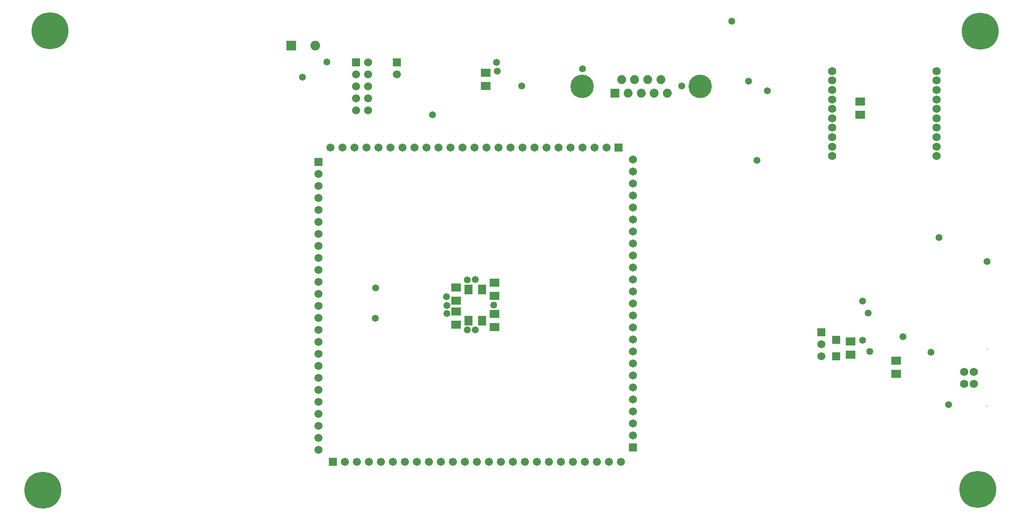
<source format=gbs>
%FSLAX25Y25*%
%MOIN*%
G70*
G01*
G75*
G04 Layer_Color=16711935*
%ADD10R,0.06299X0.06299*%
%ADD11R,0.06299X0.07087*%
%ADD12R,0.07087X0.06299*%
%ADD13O,0.08268X0.01772*%
%ADD14R,0.04921X0.05709*%
%ADD15O,0.06890X0.01181*%
%ADD16O,0.01181X0.06890*%
%ADD17O,0.09055X0.02362*%
%ADD18R,0.06299X0.06299*%
%ADD19R,0.25000X0.11000*%
%ADD20R,0.11000X0.05000*%
%ADD21C,0.01000*%
%ADD22R,0.07284X0.07284*%
%ADD23C,0.07284*%
%ADD24R,0.05906X0.05906*%
%ADD25C,0.05906*%
%ADD26R,0.05906X0.05906*%
%ADD27C,0.18740*%
%ADD28R,0.06654X0.06654*%
%ADD29C,0.06654*%
%ADD30C,0.14000*%
%ADD31C,0.06000*%
%ADD32C,0.05000*%
%ADD33C,0.30000*%
%ADD34C,0.00984*%
%ADD35C,0.02362*%
%ADD36C,0.00787*%
%ADD37C,0.00500*%
%ADD38C,0.00591*%
%ADD39C,0.03000*%
%ADD40C,0.00800*%
%ADD41R,0.02165X0.05512*%
%ADD42R,0.05512X0.02165*%
%ADD43R,0.07099X0.07099*%
%ADD44R,0.07099X0.07887*%
%ADD45R,0.07887X0.07099*%
%ADD46O,0.09068X0.02572*%
%ADD47R,0.05721X0.06509*%
%ADD48O,0.07690X0.01981*%
%ADD49O,0.01981X0.07690*%
%ADD50O,0.09855X0.03162*%
%ADD51R,0.07099X0.07099*%
%ADD52R,0.25800X0.11800*%
%ADD53R,0.11800X0.05800*%
%ADD54R,0.08083X0.08083*%
%ADD55C,0.08083*%
%ADD56R,0.06706X0.06706*%
%ADD57C,0.06706*%
%ADD58R,0.06706X0.06706*%
%ADD59C,0.19540*%
%ADD60R,0.07453X0.07453*%
%ADD61C,0.07453*%
%ADD62C,0.14800*%
%ADD63C,0.06800*%
%ADD64C,0.05800*%
%ADD65C,0.30800*%
%ADD66C,0.00800*%
D44*
X721788Y758800D02*
D03*
X732812D02*
D03*
X721788Y784800D02*
D03*
X732812D02*
D03*
D45*
X1040000Y730488D02*
D03*
Y741512D02*
D03*
X1078000Y714488D02*
D03*
Y725512D02*
D03*
X1048000Y941512D02*
D03*
Y930488D02*
D03*
X711300Y775288D02*
D03*
Y786312D02*
D03*
Y766312D02*
D03*
Y755288D02*
D03*
X743300Y753288D02*
D03*
Y764312D02*
D03*
Y790312D02*
D03*
Y779288D02*
D03*
X736000Y954488D02*
D03*
Y965512D02*
D03*
D51*
X1028000Y742890D02*
D03*
Y729110D02*
D03*
D54*
X574000Y988000D02*
D03*
D55*
X594000D02*
D03*
D56*
X1015500Y749000D02*
D03*
X596500Y891000D02*
D03*
X858500Y653000D02*
D03*
X628000Y974000D02*
D03*
X662000D02*
D03*
D57*
X1015500Y739000D02*
D03*
Y729000D02*
D03*
X618500Y641000D02*
D03*
X628500D02*
D03*
X638500D02*
D03*
X648500D02*
D03*
X658500D02*
D03*
X668500D02*
D03*
X678500D02*
D03*
X688500D02*
D03*
X698500D02*
D03*
X708500D02*
D03*
X718500D02*
D03*
X728500D02*
D03*
X738500D02*
D03*
X748500D02*
D03*
X758500D02*
D03*
X768500D02*
D03*
X778500D02*
D03*
X788500D02*
D03*
X798500D02*
D03*
X808500D02*
D03*
X818500D02*
D03*
X828500D02*
D03*
X838500D02*
D03*
X848500D02*
D03*
X596500Y881000D02*
D03*
Y871000D02*
D03*
Y861000D02*
D03*
Y851000D02*
D03*
Y841000D02*
D03*
Y831000D02*
D03*
Y821000D02*
D03*
Y811000D02*
D03*
Y801000D02*
D03*
Y791000D02*
D03*
Y781000D02*
D03*
Y771000D02*
D03*
Y761000D02*
D03*
Y751000D02*
D03*
Y741000D02*
D03*
Y731000D02*
D03*
Y721000D02*
D03*
Y711000D02*
D03*
Y701000D02*
D03*
Y691000D02*
D03*
Y681000D02*
D03*
Y671000D02*
D03*
Y661000D02*
D03*
Y651000D02*
D03*
X836500Y903000D02*
D03*
X826500D02*
D03*
X816500D02*
D03*
X806500D02*
D03*
X796500D02*
D03*
X786500D02*
D03*
X776500D02*
D03*
X766500D02*
D03*
X756500D02*
D03*
X746500D02*
D03*
X736500D02*
D03*
X726500D02*
D03*
X716500D02*
D03*
X706500D02*
D03*
X696500D02*
D03*
X686500D02*
D03*
X676500D02*
D03*
X666500D02*
D03*
X656500D02*
D03*
X646500D02*
D03*
X636500D02*
D03*
X626500D02*
D03*
X616500D02*
D03*
X606500D02*
D03*
X858500Y663000D02*
D03*
Y673000D02*
D03*
Y683000D02*
D03*
Y693000D02*
D03*
Y703000D02*
D03*
Y713000D02*
D03*
Y723000D02*
D03*
Y733000D02*
D03*
Y743000D02*
D03*
Y753000D02*
D03*
Y763000D02*
D03*
Y773000D02*
D03*
Y783000D02*
D03*
Y793000D02*
D03*
Y803000D02*
D03*
Y813000D02*
D03*
Y823000D02*
D03*
Y833000D02*
D03*
Y843000D02*
D03*
Y853000D02*
D03*
Y863000D02*
D03*
Y873000D02*
D03*
Y883000D02*
D03*
Y893000D02*
D03*
X638000Y934000D02*
D03*
X628000D02*
D03*
X638000Y944000D02*
D03*
X628000D02*
D03*
X638000Y954000D02*
D03*
X628000D02*
D03*
X638000Y964000D02*
D03*
X628000D02*
D03*
X638000Y974000D02*
D03*
X662000Y964000D02*
D03*
D58*
X608500Y641000D02*
D03*
X846500Y903000D02*
D03*
D59*
X914693Y954098D02*
D03*
X816307D02*
D03*
D60*
X843689Y948508D02*
D03*
D61*
X849142Y959689D02*
D03*
X854595Y948508D02*
D03*
X860047Y959689D02*
D03*
X865500Y948508D02*
D03*
X870953Y959689D02*
D03*
X876406Y948508D02*
D03*
X881858Y959689D02*
D03*
X887311Y948508D02*
D03*
D63*
X1142500Y706000D02*
D03*
Y716000D02*
D03*
X1134500Y706000D02*
D03*
Y716000D02*
D03*
X1024500Y896000D02*
D03*
Y903874D02*
D03*
Y911748D02*
D03*
Y919622D02*
D03*
Y927496D02*
D03*
Y935370D02*
D03*
Y943244D02*
D03*
Y951118D02*
D03*
Y958992D02*
D03*
Y966866D02*
D03*
X1111500Y896000D02*
D03*
Y903874D02*
D03*
Y911748D02*
D03*
Y919622D02*
D03*
Y927496D02*
D03*
Y935370D02*
D03*
Y943244D02*
D03*
Y951118D02*
D03*
Y958992D02*
D03*
Y966866D02*
D03*
D64*
X816600Y968800D02*
D03*
X962000Y892500D02*
D03*
X970500Y950500D02*
D03*
X955000Y958500D02*
D03*
X1054500Y765000D02*
D03*
X720500Y792900D02*
D03*
X742800Y771700D02*
D03*
X720500Y751200D02*
D03*
X703800Y764800D02*
D03*
Y771300D02*
D03*
X941000Y1008500D02*
D03*
X691500Y930500D02*
D03*
X1153500Y808000D02*
D03*
X1113500Y828000D02*
D03*
X1050000Y742500D02*
D03*
X1121700Y688800D02*
D03*
X644300Y786200D02*
D03*
X1083500Y745500D02*
D03*
X1056000Y733000D02*
D03*
X1107000Y732500D02*
D03*
X583400Y961700D02*
D03*
X743100Y779300D02*
D03*
X743500Y753400D02*
D03*
X743000Y764200D02*
D03*
X727300Y751100D02*
D03*
X745500Y966700D02*
D03*
X766000Y954500D02*
D03*
X1050000Y775000D02*
D03*
X703300Y778800D02*
D03*
X643900Y760800D02*
D03*
X727400Y793200D02*
D03*
X743400Y790500D02*
D03*
X1078200Y725400D02*
D03*
X603500Y974300D02*
D03*
X745100Y974000D02*
D03*
X899200Y954400D02*
D03*
X1078100Y714600D02*
D03*
D65*
X1148000Y1000000D02*
D03*
X1146000Y618000D02*
D03*
X367000Y617500D02*
D03*
X373000Y1000500D02*
D03*
D66*
X1153500Y735000D02*
D03*
Y687500D02*
D03*
M02*

</source>
